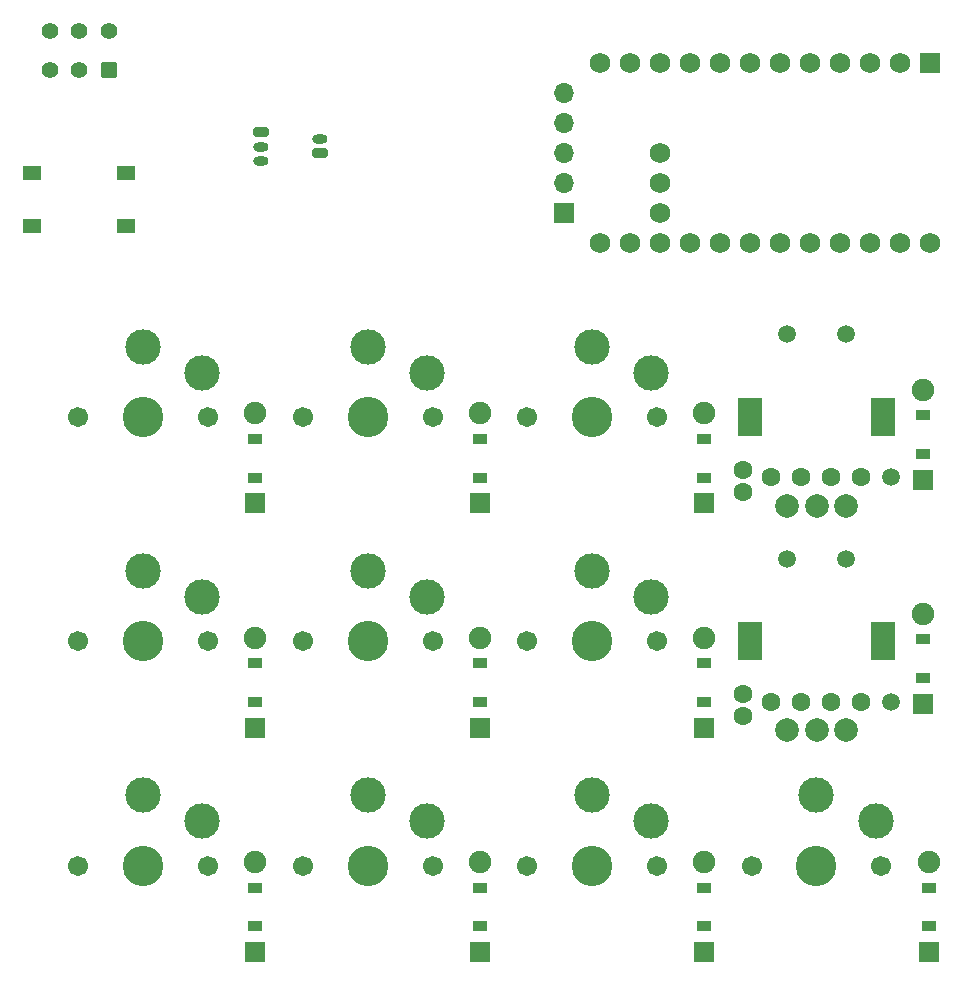
<source format=gbr>
%TF.GenerationSoftware,KiCad,Pcbnew,8.0.4*%
%TF.CreationDate,2024-09-01T19:46:58+02:00*%
%TF.ProjectId,bombopad,626f6d62-6f70-4616-942e-6b696361645f,v1.0.0*%
%TF.SameCoordinates,Original*%
%TF.FileFunction,Soldermask,Top*%
%TF.FilePolarity,Negative*%
%FSLAX46Y46*%
G04 Gerber Fmt 4.6, Leading zero omitted, Abs format (unit mm)*
G04 Created by KiCad (PCBNEW 8.0.4) date 2024-09-01 19:46:58*
%MOMM*%
%LPD*%
G01*
G04 APERTURE LIST*
G04 Aperture macros list*
%AMRoundRect*
0 Rectangle with rounded corners*
0 $1 Rounding radius*
0 $2 $3 $4 $5 $6 $7 $8 $9 X,Y pos of 4 corners*
0 Add a 4 corners polygon primitive as box body*
4,1,4,$2,$3,$4,$5,$6,$7,$8,$9,$2,$3,0*
0 Add four circle primitives for the rounded corners*
1,1,$1+$1,$2,$3*
1,1,$1+$1,$4,$5*
1,1,$1+$1,$6,$7*
1,1,$1+$1,$8,$9*
0 Add four rect primitives between the rounded corners*
20,1,$1+$1,$2,$3,$4,$5,0*
20,1,$1+$1,$4,$5,$6,$7,0*
20,1,$1+$1,$6,$7,$8,$9,0*
20,1,$1+$1,$8,$9,$2,$3,0*%
G04 Aperture macros list end*
%ADD10RoundRect,0.200000X-0.450000X0.200000X-0.450000X-0.200000X0.450000X-0.200000X0.450000X0.200000X0*%
%ADD11O,1.300000X0.800000*%
%ADD12R,2.000000X3.200000*%
%ADD13C,1.500000*%
%ADD14C,2.000000*%
%ADD15C,1.600000*%
%ADD16R,1.550000X1.300000*%
%ADD17R,1.778000X1.778000*%
%ADD18R,1.200000X0.900000*%
%ADD19C,1.905000*%
%ADD20C,1.701800*%
%ADD21C,3.000000*%
%ADD22C,3.429000*%
%ADD23RoundRect,0.250000X0.450000X0.450000X-0.450000X0.450000X-0.450000X-0.450000X0.450000X-0.450000X0*%
%ADD24C,1.400000*%
%ADD25R,1.752600X1.752600*%
%ADD26C,1.752600*%
%ADD27R,1.700000X1.700000*%
%ADD28O,1.700000X1.700000*%
%ADD29RoundRect,0.200000X0.450000X-0.200000X0.450000X0.200000X-0.450000X0.200000X-0.450000X-0.200000X0*%
G04 APERTURE END LIST*
D10*
%TO.C,J2*%
X41128000Y-26309000D03*
D11*
X41128000Y-27559000D03*
X41128000Y-28809000D03*
%TD*%
D12*
%TO.C,ROT2*%
X82538000Y-69462000D03*
X93738000Y-69462000D03*
D13*
X85638000Y-62462000D03*
X90638000Y-62462000D03*
D14*
X85638000Y-76962000D03*
X90638000Y-76962000D03*
X88138000Y-76962000D03*
%TD*%
D13*
%TO.C,ROL1*%
X94428000Y-55567000D03*
D15*
X84318000Y-55567000D03*
X86858000Y-55567000D03*
X89398000Y-55567000D03*
X91938000Y-55567000D03*
X81928000Y-56792000D03*
X81928000Y-54942000D03*
%TD*%
D16*
%TO.C,S13*%
X29669000Y-34326000D03*
X21719000Y-34326000D03*
X29669000Y-29826000D03*
X21719000Y-29826000D03*
%TD*%
D17*
%TO.C,D5*%
X59628000Y-76752000D03*
D18*
X59628000Y-74592000D03*
X59628000Y-71292000D03*
D19*
X59628000Y-69132000D03*
%TD*%
D17*
%TO.C,D4*%
X59628000Y-95752000D03*
D18*
X59628000Y-93592000D03*
X59628000Y-90292000D03*
D19*
X59628000Y-88132000D03*
%TD*%
D20*
%TO.C,S5*%
X44628000Y-69442000D03*
D21*
X50128000Y-63492000D03*
D22*
X50128000Y-69442000D03*
D21*
X55128000Y-65692000D03*
D20*
X55628000Y-69442000D03*
%TD*%
D17*
%TO.C,D8*%
X78628000Y-76752000D03*
D18*
X78628000Y-74592000D03*
X78628000Y-71292000D03*
D19*
X78628000Y-69132000D03*
%TD*%
D20*
%TO.C,S4*%
X44628000Y-88442000D03*
D21*
X50128000Y-82492000D03*
D22*
X50128000Y-88442000D03*
D21*
X55128000Y-84692000D03*
D20*
X55628000Y-88442000D03*
%TD*%
D17*
%TO.C,D10*%
X97628000Y-95752000D03*
D18*
X97628000Y-93592000D03*
X97628000Y-90292000D03*
D19*
X97628000Y-88132000D03*
%TD*%
D17*
%TO.C,D6*%
X59628000Y-57752000D03*
D18*
X59628000Y-55592000D03*
X59628000Y-52292000D03*
D19*
X59628000Y-50132000D03*
%TD*%
D20*
%TO.C,S6*%
X44628000Y-50442000D03*
D21*
X50128000Y-44492000D03*
D22*
X50128000Y-50442000D03*
D21*
X55128000Y-46692000D03*
D20*
X55628000Y-50442000D03*
%TD*%
D17*
%TO.C,D7*%
X78628000Y-95752000D03*
D18*
X78628000Y-93592000D03*
X78628000Y-90292000D03*
D19*
X78628000Y-88132000D03*
%TD*%
D20*
%TO.C,S3*%
X25628000Y-50442000D03*
D21*
X31128000Y-44492000D03*
D22*
X31128000Y-50442000D03*
D21*
X36128000Y-46692000D03*
D20*
X36628000Y-50442000D03*
%TD*%
D17*
%TO.C,D9*%
X78628000Y-57752000D03*
D18*
X78628000Y-55592000D03*
X78628000Y-52292000D03*
D19*
X78628000Y-50132000D03*
%TD*%
D20*
%TO.C,S2*%
X25628000Y-69442000D03*
D21*
X31128000Y-63492000D03*
D22*
X31128000Y-69442000D03*
D21*
X36128000Y-65692000D03*
D20*
X36628000Y-69442000D03*
%TD*%
%TO.C,S7*%
X63628000Y-88442000D03*
D21*
X69128000Y-82492000D03*
D22*
X69128000Y-88442000D03*
D21*
X74128000Y-84692000D03*
D20*
X74628000Y-88442000D03*
%TD*%
D13*
%TO.C,ROL2*%
X94428000Y-74567000D03*
D15*
X84318000Y-74567000D03*
X86858000Y-74567000D03*
X89398000Y-74567000D03*
X91938000Y-74567000D03*
X81928000Y-75792000D03*
X81928000Y-73942000D03*
%TD*%
D17*
%TO.C,D1*%
X40628000Y-95752000D03*
D18*
X40628000Y-93592000D03*
X40628000Y-90292000D03*
D19*
X40628000Y-88132000D03*
%TD*%
D17*
%TO.C,D11*%
X97155000Y-74752000D03*
D18*
X97155000Y-72592000D03*
X97155000Y-69292000D03*
D19*
X97155000Y-67132000D03*
%TD*%
D12*
%TO.C,ROT1*%
X82538000Y-50462000D03*
X93738000Y-50462000D03*
D13*
X85638000Y-43462000D03*
X90638000Y-43462000D03*
D14*
X85638000Y-57962000D03*
X90638000Y-57962000D03*
X88138000Y-57962000D03*
%TD*%
D20*
%TO.C,S9*%
X63628000Y-50442000D03*
D21*
X69128000Y-44492000D03*
D22*
X69128000Y-50442000D03*
D21*
X74128000Y-46692000D03*
D20*
X74628000Y-50442000D03*
%TD*%
D23*
%TO.C,SW15*%
X28194000Y-21080000D03*
D24*
X25694000Y-21080000D03*
X23194000Y-21080000D03*
X23194000Y-17780000D03*
X25694000Y-17780000D03*
X28194000Y-17780000D03*
%TD*%
D20*
%TO.C,S10*%
X82628000Y-88442000D03*
D21*
X88128000Y-82492000D03*
D22*
X88128000Y-88442000D03*
D21*
X93128000Y-84692000D03*
D20*
X93628000Y-88442000D03*
%TD*%
D25*
%TO.C,MCU1*%
X97765000Y-20522000D03*
D26*
X95225000Y-20522000D03*
X92685000Y-20522000D03*
X90145000Y-20522000D03*
X87605000Y-20522000D03*
X85065000Y-20522000D03*
X82525000Y-20522000D03*
X79985000Y-20522000D03*
X77445000Y-20522000D03*
X74905000Y-20522000D03*
X72365000Y-20522000D03*
X69825000Y-20522000D03*
X97765000Y-35762000D03*
X95225000Y-35762000D03*
X92685000Y-35762000D03*
X90145000Y-35762000D03*
X87605000Y-35762000D03*
X85065000Y-35762000D03*
X82525000Y-35762000D03*
X79985000Y-35762000D03*
X77445000Y-35762000D03*
X74905000Y-35762000D03*
X72365000Y-35762000D03*
X69825000Y-35762000D03*
X74905000Y-33222000D03*
X74905000Y-30682000D03*
X74905000Y-28142000D03*
%TD*%
D20*
%TO.C,S8*%
X63628000Y-69442000D03*
D21*
X69128000Y-63492000D03*
D22*
X69128000Y-69442000D03*
D21*
X74128000Y-65692000D03*
D20*
X74628000Y-69442000D03*
%TD*%
%TO.C,S1*%
X25628000Y-88442000D03*
D21*
X31128000Y-82492000D03*
D22*
X31128000Y-88442000D03*
D21*
X36128000Y-84692000D03*
D20*
X36628000Y-88442000D03*
%TD*%
D27*
%TO.C,Nice!View1*%
X66795000Y-33222000D03*
D28*
X66795000Y-30682000D03*
X66795000Y-28142000D03*
X66795000Y-25602000D03*
X66795000Y-23062000D03*
%TD*%
D29*
%TO.C,J1*%
X46128000Y-28142000D03*
D11*
X46128000Y-26892000D03*
%TD*%
D17*
%TO.C,D3*%
X40628000Y-57752000D03*
D18*
X40628000Y-55592000D03*
X40628000Y-52292000D03*
D19*
X40628000Y-50132000D03*
%TD*%
D17*
%TO.C,D12*%
X97155000Y-55752000D03*
D18*
X97155000Y-53592000D03*
X97155000Y-50292000D03*
D19*
X97155000Y-48132000D03*
%TD*%
D17*
%TO.C,D2*%
X40628000Y-76752000D03*
D18*
X40628000Y-74592000D03*
X40628000Y-71292000D03*
D19*
X40628000Y-69132000D03*
%TD*%
M02*

</source>
